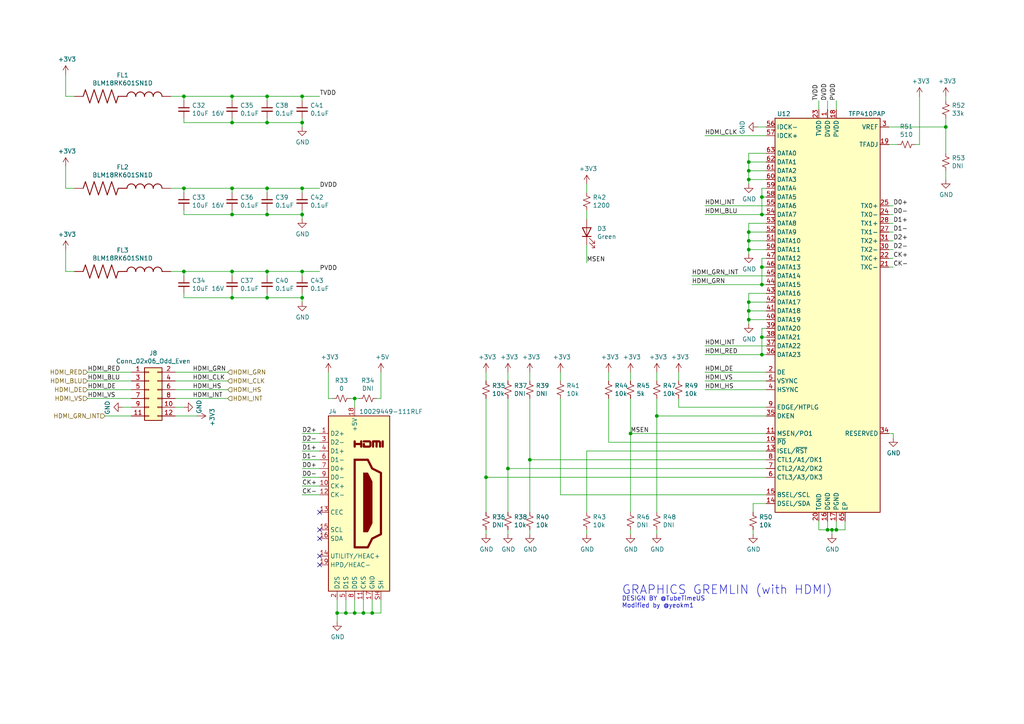
<source format=kicad_sch>
(kicad_sch (version 20230121) (generator eeschema)
  (paper "A4")
  (title_block (title "HDMI") (date "2024-01-04") (rev "2.4"))
  (lib_symbols
    (symbol "BLM18RK601SN1D:BLM18RK601SN1D" (pin_numbers hide) (pin_names (offset 1.016) hide)
      (property "Reference" "FL" (at -12.7 5.08 0))
      (property "Value" "BLM18RK601SN1D" (at -12.7 -5.08 0))
      (symbol "BLM18RK601SN1D_0_0"
        (arc (start -12.7 0) (mid -11.43 -1.2645) (end -10.16 0) (stroke (width 0.254)))
        (arc (start -10.16 0) (mid -8.89 -1.2645) (end -7.62 0) (stroke (width 0.254)))
        (arc (start -7.62 0) (mid -6.35 -1.2645) (end -5.08 0) (stroke (width 0.254)))
        (arc (start -5.08 0) (mid -3.81 -1.2645) (end -2.54 0) (stroke (width 0.254)))
        (polyline (pts (xy 0 0) (xy -2.54 0)) (stroke (width 0.254)))
        (polyline (pts (xy 0 0) (xy 0.635 1.905)) (stroke (width 0.254)))
        (polyline (pts (xy 0.635 1.905) (xy 1.905 -1.905)) (stroke (width 0.254)))
        (polyline (pts (xy 1.905 -1.905) (xy 3.175 1.905)) (stroke (width 0.254)))
        (polyline (pts (xy 3.175 1.905) (xy 4.445 -1.905)) (stroke (width 0.254)))
        (polyline (pts (xy 4.445 -1.905) (xy 5.715 1.905)) (stroke (width 0.254)))
        (polyline (pts (xy 5.715 1.905) (xy 6.985 -1.905)) (stroke (width 0.254)))
        (polyline (pts (xy 6.985 -1.905) (xy 8.255 1.905)) (stroke (width 0.254)))
        (polyline (pts (xy 8.255 1.905) (xy 9.525 -1.905)) (stroke (width 0.254)))
        (polyline (pts (xy 9.525 -1.905) (xy 10.16 0)) (stroke (width 0.254)))
        (pin passive line (at -15.24 0 0) (length 2.54) (name "~") (number "1"))
        (pin passive line (at 12.7 0 180) (length 2.54) (name "~") (number "2"))
      )
    )
    (symbol "Connector:HDMI_A_1.4"
      (property "Reference" "J" (at -6.35 26.67 0))
      (property "Value" "HDMI_A_1.4" (at 10.16 26.67 0))
      (symbol "HDMI_A_1.4_0_0"
        (polyline (pts (xy 8.128 16.51) (xy 8.128 18.034)) (stroke (width 0.635)))
        (polyline (pts (xy 0 16.51) (xy 0 18.034) (xy 0 17.272) (xy 1.905 17.272) (xy 1.905 18.034) (xy 1.905 16.51)) (stroke (width 0.635)))
        (polyline (pts (xy 2.667 18.034) (xy 4.318 18.034) (xy 4.572 17.78) (xy 4.572 16.764) (xy 4.318 16.51) (xy 2.667 16.51) (xy 2.667 17.272)) (stroke (width 0.635)))
      )
      (symbol "HDMI_A_1.4_0_1"
        (rectangle (start -7.62 25.4) (end 10.16 -25.4) (stroke (width 0.254)) (fill (type background)))
        (polyline (pts (xy 2.54 8.89) (xy 3.81 8.89) (xy 5.08 6.35) (xy 5.08 -5.715) (xy 3.81 -8.255) (xy 2.54 -8.255) (xy 2.54 8.89)) (fill (type outline)))
        (polyline (pts (xy 5.334 16.51) (xy 5.334 18.034) (xy 6.35 18.034) (xy 6.35 16.51) (xy 6.35 18.034) (xy 7.112 18.034) (xy 7.366 17.78) (xy 7.366 16.51)) (stroke (width 0.635)))
        (polyline (pts (xy 0 12.7) (xy 0 -12.7) (xy 3.81 -12.7) (xy 5.08 -10.16) (xy 7.62 -8.89) (xy 7.62 8.89) (xy 5.08 10.16) (xy 3.81 12.7) (xy 0 12.7)) (stroke (width 0.635)))
      )
      (symbol "HDMI_A_1.4_1_1"
        (pin passive line (at -10.16 20.32 0) (length 2.54) (name "D2+") (number "1"))
        (pin passive line (at -10.16 5.08 0) (length 2.54) (name "CK+") (number "10"))
        (pin power_in line (at 2.54 -27.94 90) (length 2.54) (name "CKS") (number "11"))
        (pin passive line (at -10.16 2.54 0) (length 2.54) (name "CK-") (number "12"))
        (pin bidirectional line (at -10.16 -2.54 0) (length 2.54) (name "CEC") (number "13"))
        (pin passive line (at -10.16 -15.24 0) (length 2.54) (name "UTILITY/HEAC+") (number "14"))
        (pin passive line (at -10.16 -7.62 0) (length 2.54) (name "SCL") (number "15"))
        (pin bidirectional line (at -10.16 -10.16 0) (length 2.54) (name "SDA") (number "16"))
        (pin power_in line (at 5.08 -27.94 90) (length 2.54) (name "GND") (number "17"))
        (pin power_in line (at 0 27.94 270) (length 2.54) (name "+5V") (number "18"))
        (pin passive line (at -10.16 -17.78 0) (length 2.54) (name "HPD/HEAC-") (number "19"))
        (pin power_in line (at -5.08 -27.94 90) (length 2.54) (name "D2S") (number "2"))
        (pin passive line (at -10.16 17.78 0) (length 2.54) (name "D2-") (number "3"))
        (pin passive line (at -10.16 15.24 0) (length 2.54) (name "D1+") (number "4"))
        (pin power_in line (at -2.54 -27.94 90) (length 2.54) (name "D1S") (number "5"))
        (pin passive line (at -10.16 12.7 0) (length 2.54) (name "D1-") (number "6"))
        (pin passive line (at -10.16 10.16 0) (length 2.54) (name "D0+") (number "7"))
        (pin power_in line (at 0 -27.94 90) (length 2.54) (name "D0S") (number "8"))
        (pin passive line (at -10.16 7.62 0) (length 2.54) (name "D0-") (number "9"))
        (pin passive line (at 7.62 -27.94 90) (length 2.54) (name "SH") (number "SH"))
      )
    )
    (symbol "Connector_Generic:Conn_02x06_Odd_Even" (pin_names (offset 1.016) hide)
      (property "Reference" "J" (at 1.27 7.62 0))
      (property "Value" "Conn_02x06_Odd_Even" (at 1.27 -10.16 0))
      (symbol "Conn_02x06_Odd_Even_1_1"
        (rectangle (start -1.27 -7.493) (end 0 -7.747) (stroke (width 0.1524)))
        (rectangle (start -1.27 -4.953) (end 0 -5.207) (stroke (width 0.1524)))
        (rectangle (start -1.27 -2.413) (end 0 -2.667) (stroke (width 0.1524)))
        (rectangle (start -1.27 0.127) (end 0 -0.127) (stroke (width 0.1524)))
        (rectangle (start -1.27 2.667) (end 0 2.413) (stroke (width 0.1524)))
        (rectangle (start -1.27 5.207) (end 0 4.953) (stroke (width 0.1524)))
        (rectangle (start -1.27 6.35) (end 3.81 -8.89) (stroke (width 0.254)) (fill (type background)))
        (rectangle (start 3.81 -7.493) (end 2.54 -7.747) (stroke (width 0.1524)))
        (rectangle (start 3.81 -4.953) (end 2.54 -5.207) (stroke (width 0.1524)))
        (rectangle (start 3.81 -2.413) (end 2.54 -2.667) (stroke (width 0.1524)))
        (rectangle (start 3.81 0.127) (end 2.54 -0.127) (stroke (width 0.1524)))
        (rectangle (start 3.81 2.667) (end 2.54 2.413) (stroke (width 0.1524)))
        (rectangle (start 3.81 5.207) (end 2.54 4.953) (stroke (width 0.1524)))
        (pin passive line (at -5.08 5.08 0) (length 3.81) (name "Pin_1") (number "1"))
        (pin passive line (at 7.62 -5.08 180) (length 3.81) (name "Pin_10") (number "10"))
        (pin passive line (at -5.08 -7.62 0) (length 3.81) (name "Pin_11") (number "11"))
        (pin passive line (at 7.62 -7.62 180) (length 3.81) (name "Pin_12") (number "12"))
        (pin passive line (at 7.62 5.08 180) (length 3.81) (name "Pin_2") (number "2"))
        (pin passive line (at -5.08 2.54 0) (length 3.81) (name "Pin_3") (number "3"))
        (pin passive line (at 7.62 2.54 180) (length 3.81) (name "Pin_4") (number "4"))
        (pin passive line (at -5.08 0 0) (length 3.81) (name "Pin_5") (number "5"))
        (pin passive line (at 7.62 0 180) (length 3.81) (name "Pin_6") (number "6"))
        (pin passive line (at -5.08 -2.54 0) (length 3.81) (name "Pin_7") (number "7"))
        (pin passive line (at 7.62 -2.54 180) (length 3.81) (name "Pin_8") (number "8"))
        (pin passive line (at -5.08 -5.08 0) (length 3.81) (name "Pin_9") (number "9"))
      )
    )
    (symbol "Device:C_Small" (pin_numbers hide) (pin_names (offset 0.254) hide)
      (property "Reference" "C" (at 0.254 1.778 0))
      (property "Value" "C_Small" (at 0.254 -2.032 0))
      (symbol "C_Small_0_1"
        (polyline (pts (xy -1.524 -0.508) (xy 1.524 -0.508)) (stroke (width 0.3302)))
        (polyline (pts (xy -1.524 0.508) (xy 1.524 0.508)) (stroke (width 0.3048)))
      )
      (symbol "C_Small_1_1"
        (pin passive line (at 0 2.54 270) (length 2.032) (name "~") (number "1"))
        (pin passive line (at 0 -2.54 90) (length 2.032) (name "~") (number "2"))
      )
    )
    (symbol "Device:LED" (pin_numbers hide) (pin_names (offset 1.016) hide)
      (property "Reference" "D" (at 0 2.54 0))
      (property "Value" "LED" (at 0 -2.54 0))
      (symbol "LED_0_1"
        (polyline (pts (xy -1.27 -1.27) (xy -1.27 1.27)) (stroke (width 0.254)))
        (polyline (pts (xy -1.27 0) (xy 1.27 0)))
        (polyline (pts (xy 1.27 -1.27) (xy 1.27 1.27) (xy -1.27 0) (xy 1.27 -1.27)) (stroke (width 0.254)))
        (polyline (pts (xy -3.048 -0.762) (xy -4.572 -2.286) (xy -3.81 -2.286) (xy -4.572 -2.286) (xy -4.572 -1.524)))
        (polyline (pts (xy -1.778 -0.762) (xy -3.302 -2.286) (xy -2.54 -2.286) (xy -3.302 -2.286) (xy -3.302 -1.524)))
      )
      (symbol "LED_1_1"
        (pin passive line (at -3.81 0 0) (length 2.54) (name "K") (number "1"))
        (pin passive line (at 3.81 0 180) (length 2.54) (name "A") (number "2"))
      )
    )
    (symbol "Device:R_Small_US" (pin_numbers hide) (pin_names (offset 0.254) hide)
      (property "Reference" "R" (at 0.762 0.508 0))
      (property "Value" "R_Small_US" (at 0.762 -1.016 0))
      (symbol "R_Small_US_1_1"
        (polyline (pts (xy 0 0) (xy 1.016 -0.381) (xy 0 -0.762) (xy -1.016 -1.143) (xy 0 -1.524)))
        (polyline (pts (xy 0 1.524) (xy 1.016 1.143) (xy 0 0.762) (xy -1.016 0.381) (xy 0 0)))
        (pin passive line (at 0 2.54 270) (length 1.016) (name "~") (number "1"))
        (pin passive line (at 0 -2.54 90) (length 1.016) (name "~") (number "2"))
      )
    )
    (symbol "isavideo-rescue:+3.3V-power" (power) (pin_names (offset 0))
      (property "Value" "+3.3V-power" (at 0 3.556 0))
      (symbol "+3.3V-power_0_1"
        (polyline (pts (xy -0.762 1.27) (xy 0 2.54)))
        (polyline (pts (xy 0 0) (xy 0 2.54)))
        (polyline (pts (xy 0 2.54) (xy 0.762 1.27)))
      )
      (symbol "+3.3V-power_1_1"
        (pin power_in line (at 0 0 90) (length 0) hide (name "+3V3") (number "1"))
      )
    )
    (symbol "isavideo-rescue:TFP410PAP-Video"
      (property "Reference" "U" (at -13.97 57.15 0))
      (property "Value" "Video_TFP410PAP" (at 11.43 57.15 0))
      (symbol "TFP410PAP-Video_0_1"
        (rectangle (start -15.24 55.88) (end 15.24 -58.42) (stroke (width 0.254)) (fill (type background)))
      )
      (symbol "TFP410PAP-Video_1_1"
        (pin power_in line (at 0 58.42 270) (length 2.54) (name "DVDD") (number "1"))
        (pin input line (at -17.78 -38.1 0) (length 2.54) (name "~{PD}") (number "10"))
        (pin output line (at -17.78 -35.56 0) (length 2.54) (name "MSEN/PO1") (number "11"))
        (pin passive line (at 0 58.42 270) (length 2.54) hide (name "DVDD") (number "12"))
        (pin input line (at -17.78 -40.64 0) (length 2.54) (name "ISEL/~{RST}") (number "13"))
        (pin bidirectional line (at -17.78 -55.88 0) (length 2.54) (name "DSEL/SDA") (number "14"))
        (pin input line (at -17.78 -53.34 0) (length 2.54) (name "BSEL/SCL") (number "15"))
        (pin power_in line (at 0 -60.96 90) (length 2.54) (name "DGND") (number "16"))
        (pin power_in line (at 2.54 -60.96 90) (length 2.54) (name "PGND") (number "17"))
        (pin power_in line (at 2.54 58.42 270) (length 2.54) (name "PVDD") (number "18"))
        (pin input line (at 17.78 48.26 180) (length 2.54) (name "TFADJ") (number "19"))
        (pin input line (at -17.78 -17.78 0) (length 2.54) (name "DE") (number "2"))
        (pin power_in line (at -2.54 -60.96 90) (length 2.54) (name "TGND") (number "20"))
        (pin output line (at 17.78 12.7 180) (length 2.54) (name "TXC-") (number "21"))
        (pin output line (at 17.78 15.24 180) (length 2.54) (name "TXC+") (number "22"))
        (pin power_in line (at -2.54 58.42 270) (length 2.54) (name "TVDD") (number "23"))
        (pin output line (at 17.78 27.94 180) (length 2.54) (name "TX0-") (number "24"))
        (pin output line (at 17.78 30.48 180) (length 2.54) (name "TX0+") (number "25"))
        (pin passive line (at -2.54 -60.96 90) (length 2.54) hide (name "TGND") (number "26"))
        (pin output line (at 17.78 22.86 180) (length 2.54) (name "TX1-") (number "27"))
        (pin output line (at 17.78 25.4 180) (length 2.54) (name "TX1+") (number "28"))
        (pin passive line (at -2.54 58.42 270) (length 2.54) hide (name "TVDD") (number "29"))
        (pin input line (at 17.78 53.34 180) (length 2.54) (name "VREF") (number "3"))
        (pin output line (at 17.78 17.78 180) (length 2.54) (name "TX2-") (number "30"))
        (pin output line (at 17.78 20.32 180) (length 2.54) (name "TX2+") (number "31"))
        (pin passive line (at -2.54 -60.96 90) (length 2.54) hide (name "TGND") (number "32"))
        (pin passive line (at 0 58.42 270) (length 2.54) hide (name "DVDD") (number "33"))
        (pin input line (at 17.78 -35.56 180) (length 2.54) (name "RESERVED") (number "34"))
        (pin input line (at -17.78 -30.48 0) (length 2.54) (name "DKEN") (number "35"))
        (pin input line (at -17.78 -12.7 0) (length 2.54) (name "DATA23") (number "36"))
        (pin input line (at -17.78 -10.16 0) (length 2.54) (name "DATA22") (number "37"))
        (pin input line (at -17.78 -7.62 0) (length 2.54) (name "DATA21") (number "38"))
        (pin input line (at -17.78 -5.08 0) (length 2.54) (name "DATA20") (number "39"))
        (pin input line (at -17.78 -22.86 0) (length 2.54) (name "HSYNC") (number "4"))
        (pin input line (at -17.78 -2.54 0) (length 2.54) (name "DATA19") (number "40"))
        (pin input line (at -17.78 0 0) (length 2.54) (name "DATA18") (number "41"))
        (pin input line (at -17.78 2.54 0) (length 2.54) (name "DATA17") (number "42"))
        (pin input line (at -17.78 5.08 0) (length 2.54) (name "DATA16") (number "43"))
        (pin input line (at -17.78 7.62 0) (length 2.54) (name "DATA15") (number "44"))
        (pin input line (at -17.78 10.16 0) (length 2.54) (name "DATA14") (number "45"))
        (pin input line (at -17.78 12.7 0) (length 2.54) (name "DATA13") (number "46"))
        (pin input line (at -17.78 15.24 0) (length 2.54) (name "DATA12") (number "47"))
        (pin passive line (at 0 -60.96 90) (length 2.54) hide (name "DGND") (number "48"))
        (pin no_connect line (at 15.24 -33.02 180) (length 2.54) hide (name "NC") (number "49"))
        (pin input line (at -17.78 -20.32 0) (length 2.54) (name "VSYNC") (number "5"))
        (pin input line (at -17.78 17.78 0) (length 2.54) (name "DATA11") (number "50"))
        (pin input line (at -17.78 20.32 0) (length 2.54) (name "DATA10") (number "51"))
        (pin input line (at -17.78 22.86 0) (length 2.54) (name "DATA9") (number "52"))
        (pin input line (at -17.78 25.4 0) (length 2.54) (name "DATA8") (number "53"))
        (pin input line (at -17.78 27.94 0) (length 2.54) (name "DATA7") (number "54"))
        (pin input line (at -17.78 30.48 0) (length 2.54) (name "DATA6") (number "55"))
        (pin input line (at -17.78 53.34 0) (length 2.54) (name "IDCK-") (number "56"))
        (pin input line (at -17.78 50.8 0) (length 2.54) (name "IDCK+") (number "57"))
        (pin input line (at -17.78 33.02 0) (length 2.54) (name "DATA5") (number "58"))
        (pin input line (at -17.78 35.56 0) (length 2.54) (name "DATA4") (number "59"))
        (pin input line (at -17.78 -48.26 0) (length 2.54) (name "CTL3/A3/DK3") (number "6"))
        (pin input line (at -17.78 38.1 0) (length 2.54) (name "DATA3") (number "60"))
        (pin input line (at -17.78 40.64 0) (length 2.54) (name "DATA2") (number "61"))
        (pin input line (at -17.78 43.18 0) (length 2.54) (name "DATA1") (number "62"))
        (pin input line (at -17.78 45.72 0) (length 2.54) (name "DATA0") (number "63"))
        (pin passive line (at 0 -60.96 90) (length 2.54) hide (name "DGND") (number "64"))
        (pin power_in line (at 5.08 -60.96 90) (length 2.54) (name "EP") (number "65"))
        (pin input line (at -17.78 -45.72 0) (length 2.54) (name "CTL2/A2/DK2") (number "7"))
        (pin input line (at -17.78 -43.18 0) (length 2.54) (name "CTL1/A1/DK1") (number "8"))
        (pin input line (at -17.78 -27.94 0) (length 2.54) (name "EDGE/HTPLG") (number "9"))
      )
    )
    (symbol "power:+5V" (power) (pin_names (offset 0))
      (property "Value" "+5V" (at 0 3.556 0))
      (symbol "+5V_0_1"
        (polyline (pts (xy -0.762 1.27) (xy 0 2.54)))
        (polyline (pts (xy 0 0) (xy 0 2.54)))
        (polyline (pts (xy 0 2.54) (xy 0.762 1.27)))
      )
      (symbol "+5V_1_1"
        (pin power_in line (at 0 0 90) (length 0) hide (name "+5V") (number "1"))
      )
    )
    (symbol "power:GND" (power) (pin_names (offset 0))
      (property "Value" "GND" (at 0 -3.81 0))
      (symbol "GND_0_1"
        (polyline (pts (xy 0 0) (xy 0 -1.27) (xy 1.27 -1.27) (xy 0 -2.54) (xy -1.27 -1.27) (xy 0 -1.27)))
      )
      (symbol "GND_1_1"
        (pin power_in line (at 0 0 270) (length 0) hide (name "GND") (number "1"))
      )
    )
  )
  (junction (at 140.97 138.43))
  (junction (at 217.17 67.31))
  (junction (at 220.98 62.23))
  (junction (at 217.17 52.07))
  (junction (at 67.31 27.94))
  (junction (at 53.34 54.61))
  (junction (at 67.31 78.74))
  (junction (at 241.3 153.67))
  (junction (at 87.63 27.94))
  (junction (at 87.63 62.23))
  (junction (at 220.98 57.15))
  (junction (at 67.31 35.56))
  (junction (at 67.31 54.61))
  (junction (at 220.98 97.79))
  (junction (at 77.47 62.23))
  (junction (at 182.88 125.73))
  (junction (at 190.5 120.65))
  (junction (at 87.63 35.56))
  (junction (at 67.31 62.23))
  (junction (at 87.63 86.36))
  (junction (at 105.41 177.8))
  (junction (at 53.34 78.74))
  (junction (at 153.67 133.35))
  (junction (at 220.98 82.55))
  (junction (at 220.98 102.87))
  (junction (at 53.34 27.94))
  (junction (at 97.79 177.8))
  (junction (at 102.87 115.57))
  (junction (at 217.17 90.17))
  (junction (at 220.98 77.47))
  (junction (at 77.47 78.74))
  (junction (at 217.17 92.71))
  (junction (at 217.17 49.53))
  (junction (at 87.63 54.61))
  (junction (at 100.33 177.8))
  (junction (at 67.31 86.36))
  (junction (at 217.17 87.63))
  (junction (at 77.47 27.94))
  (junction (at 217.17 46.99))
  (junction (at 242.57 153.67))
  (junction (at 77.47 86.36))
  (junction (at 274.32 36.83))
  (junction (at 107.95 177.8))
  (junction (at 77.47 54.61))
  (junction (at 147.32 135.89))
  (junction (at 87.63 78.74))
  (junction (at 77.47 35.56))
  (junction (at 102.87 177.8))
  (junction (at 217.17 69.85))
  (junction (at 240.03 153.67))
  (junction (at 217.17 72.39))
  (no_connect (at 92.71 161.29))
  (no_connect (at 92.71 163.83))
  (no_connect (at 92.71 153.67))
  (no_connect (at 92.71 148.59))
  (no_connect (at 92.71 156.21))
  (wire (pts (xy 53.34 35.56) (xy 67.31 35.56)))
  (wire (pts (xy 257.81 67.31) (xy 259.08 67.31)))
  (wire (pts (xy 87.63 34.29) (xy 87.63 35.56)))
  (wire (pts (xy 220.98 74.93) (xy 220.98 77.47)))
  (wire (pts (xy 87.63 27.94) (xy 87.63 29.21)))
  (wire (pts (xy 77.47 54.61) (xy 77.47 55.88)))
  (wire (pts (xy 237.49 151.13) (xy 237.49 153.67)))
  (wire (pts (xy 257.81 74.93) (xy 259.08 74.93)))
  (wire (pts (xy 257.81 36.83) (xy 274.32 36.83)))
  (wire (pts (xy 50.8 113.03) (xy 66.04 113.03)))
  (wire (pts (xy 196.85 107.95) (xy 196.85 110.49)))
  (wire (pts (xy 77.47 78.74) (xy 87.63 78.74)))
  (wire (pts (xy 87.63 35.56) (xy 77.47 35.56)))
  (wire (pts (xy 170.18 71.12) (xy 170.18 76.2)))
  (wire (pts (xy 92.71 143.51) (xy 87.63 143.51)))
  (wire (pts (xy 77.47 27.94) (xy 77.47 29.21)))
  (wire (pts (xy 204.47 62.23) (xy 220.98 62.23)))
  (wire (pts (xy 162.56 143.51) (xy 162.56 115.57)))
  (wire (pts (xy 140.97 153.67) (xy 140.97 154.94)))
  (wire (pts (xy 222.25 133.35) (xy 153.67 133.35)))
  (wire (pts (xy 274.32 49.53) (xy 274.32 52.07)))
  (wire (pts (xy 53.34 27.94) (xy 67.31 27.94)))
  (wire (pts (xy 53.34 27.94) (xy 53.34 29.21)))
  (wire (pts (xy 67.31 27.94) (xy 77.47 27.94)))
  (wire (pts (xy 170.18 130.81) (xy 170.18 148.59)))
  (wire (pts (xy 220.98 77.47) (xy 220.98 82.55)))
  (wire (pts (xy 240.03 153.67) (xy 241.3 153.67)))
  (wire (pts (xy 77.47 35.56) (xy 77.47 34.29)))
  (wire (pts (xy 182.88 125.73) (xy 182.88 115.57)))
  (wire (pts (xy 257.81 125.73) (xy 259.08 125.73)))
  (wire (pts (xy 102.87 173.99) (xy 102.87 177.8)))
  (wire (pts (xy 100.33 177.8) (xy 97.79 177.8)))
  (wire (pts (xy 67.31 78.74) (xy 67.31 80.01)))
  (wire (pts (xy 222.25 92.71) (xy 217.17 92.71)))
  (wire (pts (xy 240.03 151.13) (xy 240.03 153.67)))
  (wire (pts (xy 19.05 54.61) (xy 21.59 54.61)))
  (wire (pts (xy 204.47 100.33) (xy 222.25 100.33)))
  (wire (pts (xy 259.08 125.73) (xy 259.08 127)))
  (wire (pts (xy 222.25 82.55) (xy 220.98 82.55)))
  (wire (pts (xy 222.25 146.05) (xy 218.44 146.05)))
  (wire (pts (xy 242.57 153.67) (xy 241.3 153.67)))
  (wire (pts (xy 196.85 118.11) (xy 196.85 115.57)))
  (wire (pts (xy 97.79 173.99) (xy 97.79 177.8)))
  (wire (pts (xy 110.49 173.99) (xy 110.49 177.8)))
  (wire (pts (xy 274.32 27.94) (xy 274.32 29.21)))
  (wire (pts (xy 222.25 57.15) (xy 220.98 57.15)))
  (wire (pts (xy 105.41 177.8) (xy 102.87 177.8)))
  (wire (pts (xy 38.1 107.95) (xy 25.4 107.95)))
  (wire (pts (xy 222.25 107.95) (xy 204.47 107.95)))
  (wire (pts (xy 105.41 173.99) (xy 105.41 177.8)))
  (wire (pts (xy 257.81 41.91) (xy 260.35 41.91)))
  (wire (pts (xy 107.95 173.99) (xy 107.95 177.8)))
  (wire (pts (xy 274.32 34.29) (xy 274.32 36.83)))
  (wire (pts (xy 222.25 87.63) (xy 217.17 87.63)))
  (wire (pts (xy 67.31 27.94) (xy 67.31 29.21)))
  (wire (pts (xy 19.05 72.39) (xy 19.05 78.74)))
  (wire (pts (xy 257.81 59.69) (xy 259.08 59.69)))
  (wire (pts (xy 95.25 107.95) (xy 95.25 115.57)))
  (wire (pts (xy 53.34 62.23) (xy 67.31 62.23)))
  (wire (pts (xy 38.1 113.03) (xy 25.4 113.03)))
  (wire (pts (xy 53.34 78.74) (xy 53.34 80.01)))
  (wire (pts (xy 217.17 85.09) (xy 217.17 87.63)))
  (wire (pts (xy 222.25 49.53) (xy 217.17 49.53)))
  (wire (pts (xy 222.25 77.47) (xy 220.98 77.47)))
  (wire (pts (xy 19.05 48.26) (xy 19.05 54.61)))
  (wire (pts (xy 49.53 54.61) (xy 53.34 54.61)))
  (wire (pts (xy 222.25 130.81) (xy 170.18 130.81)))
  (wire (pts (xy 176.53 128.27) (xy 176.53 115.57)))
  (wire (pts (xy 222.25 138.43) (xy 140.97 138.43)))
  (wire (pts (xy 217.17 69.85) (xy 217.17 72.39)))
  (wire (pts (xy 87.63 86.36) (xy 87.63 87.63)))
  (wire (pts (xy 222.25 72.39) (xy 217.17 72.39)))
  (wire (pts (xy 217.17 53.34) (xy 217.17 52.07)))
  (wire (pts (xy 176.53 107.95) (xy 176.53 110.49)))
  (wire (pts (xy 53.34 60.96) (xy 53.34 62.23)))
  (wire (pts (xy 217.17 44.45) (xy 217.17 46.99)))
  (wire (pts (xy 222.25 62.23) (xy 220.98 62.23)))
  (wire (pts (xy 222.25 67.31) (xy 217.17 67.31)))
  (wire (pts (xy 222.25 46.99) (xy 217.17 46.99)))
  (wire (pts (xy 38.1 120.65) (xy 30.48 120.65)))
  (wire (pts (xy 217.17 46.99) (xy 217.17 49.53)))
  (wire (pts (xy 77.47 86.36) (xy 77.47 85.09)))
  (wire (pts (xy 222.25 118.11) (xy 196.85 118.11)))
  (wire (pts (xy 257.81 77.47) (xy 259.08 77.47)))
  (wire (pts (xy 77.47 27.94) (xy 87.63 27.94)))
  (wire (pts (xy 77.47 54.61) (xy 87.63 54.61)))
  (wire (pts (xy 97.79 177.8) (xy 97.79 180.34)))
  (wire (pts (xy 242.57 153.67) (xy 245.11 153.67)))
  (wire (pts (xy 222.25 74.93) (xy 220.98 74.93)))
  (wire (pts (xy 170.18 53.34) (xy 170.18 55.88)))
  (wire (pts (xy 240.03 29.21) (xy 240.03 31.75)))
  (wire (pts (xy 245.11 153.67) (xy 245.11 151.13)))
  (wire (pts (xy 92.71 140.97) (xy 87.63 140.97)))
  (wire (pts (xy 222.25 135.89) (xy 147.32 135.89)))
  (wire (pts (xy 222.25 143.51) (xy 162.56 143.51)))
  (wire (pts (xy 218.44 153.67) (xy 218.44 154.94)))
  (wire (pts (xy 222.25 97.79) (xy 220.98 97.79)))
  (wire (pts (xy 67.31 85.09) (xy 67.31 86.36)))
  (wire (pts (xy 53.34 78.74) (xy 67.31 78.74)))
  (wire (pts (xy 53.34 85.09) (xy 53.34 86.36)))
  (wire (pts (xy 190.5 107.95) (xy 190.5 110.49)))
  (wire (pts (xy 53.34 34.29) (xy 53.34 35.56)))
  (wire (pts (xy 222.25 85.09) (xy 217.17 85.09)))
  (wire (pts (xy 217.17 64.77) (xy 217.17 67.31)))
  (wire (pts (xy 220.98 95.25) (xy 220.98 97.79)))
  (wire (pts (xy 170.18 60.96) (xy 170.18 63.5)))
  (wire (pts (xy 110.49 115.57) (xy 110.49 107.95)))
  (wire (pts (xy 67.31 86.36) (xy 77.47 86.36)))
  (wire (pts (xy 217.17 67.31) (xy 217.17 69.85)))
  (wire (pts (xy 222.25 44.45) (xy 217.17 44.45)))
  (wire (pts (xy 204.47 59.69) (xy 222.25 59.69)))
  (wire (pts (xy 222.25 128.27) (xy 176.53 128.27)))
  (wire (pts (xy 50.8 115.57) (xy 66.04 115.57)))
  (wire (pts (xy 200.66 82.55) (xy 220.98 82.55)))
  (wire (pts (xy 95.25 115.57) (xy 96.52 115.57)))
  (wire (pts (xy 217.17 92.71) (xy 217.17 93.98)))
  (wire (pts (xy 19.05 78.74) (xy 21.59 78.74)))
  (wire (pts (xy 38.1 118.11) (xy 35.56 118.11)))
  (wire (pts (xy 222.25 52.07) (xy 217.17 52.07)))
  (wire (pts (xy 257.81 62.23) (xy 259.08 62.23)))
  (wire (pts (xy 242.57 29.21) (xy 242.57 31.75)))
  (wire (pts (xy 170.18 153.67) (xy 170.18 154.94)))
  (wire (pts (xy 222.25 95.25) (xy 220.98 95.25)))
  (wire (pts (xy 87.63 86.36) (xy 77.47 86.36)))
  (wire (pts (xy 53.34 54.61) (xy 67.31 54.61)))
  (wire (pts (xy 38.1 115.57) (xy 25.4 115.57)))
  (wire (pts (xy 153.67 133.35) (xy 153.67 148.59)))
  (wire (pts (xy 67.31 34.29) (xy 67.31 35.56)))
  (wire (pts (xy 153.67 115.57) (xy 153.67 133.35)))
  (wire (pts (xy 147.32 107.95) (xy 147.32 110.49)))
  (wire (pts (xy 19.05 21.59) (xy 19.05 27.94)))
  (wire (pts (xy 190.5 120.65) (xy 190.5 148.59)))
  (wire (pts (xy 87.63 35.56) (xy 87.63 36.83)))
  (wire (pts (xy 257.81 72.39) (xy 259.08 72.39)))
  (wire (pts (xy 50.8 120.65) (xy 57.15 120.65)))
  (wire (pts (xy 87.63 62.23) (xy 77.47 62.23)))
  (wire (pts (xy 92.71 133.35) (xy 87.63 133.35)))
  (wire (pts (xy 49.53 27.94) (xy 53.34 27.94)))
  (wire (pts (xy 102.87 177.8) (xy 100.33 177.8)))
  (wire (pts (xy 217.17 90.17) (xy 217.17 92.71)))
  (wire (pts (xy 50.8 110.49) (xy 66.04 110.49)))
  (wire (pts (xy 220.98 57.15) (xy 220.98 62.23)))
  (wire (pts (xy 153.67 107.95) (xy 153.67 110.49)))
  (wire (pts (xy 67.31 35.56) (xy 77.47 35.56)))
  (wire (pts (xy 140.97 107.95) (xy 140.97 110.49)))
  (wire (pts (xy 182.88 125.73) (xy 182.88 148.59)))
  (wire (pts (xy 162.56 107.95) (xy 162.56 110.49)))
  (wire (pts (xy 87.63 78.74) (xy 92.71 78.74)))
  (wire (pts (xy 67.31 62.23) (xy 77.47 62.23)))
  (wire (pts (xy 67.31 54.61) (xy 77.47 54.61)))
  (wire (pts (xy 67.31 78.74) (xy 77.47 78.74)))
  (wire (pts (xy 100.33 173.99) (xy 100.33 177.8)))
  (wire (pts (xy 19.05 27.94) (xy 21.59 27.94)))
  (wire (pts (xy 87.63 78.74) (xy 87.63 80.01)))
  (wire (pts (xy 222.25 110.49) (xy 204.47 110.49)))
  (wire (pts (xy 92.71 135.89) (xy 87.63 135.89)))
  (wire (pts (xy 222.25 39.37) (xy 204.47 39.37)))
  (wire (pts (xy 222.25 54.61) (xy 220.98 54.61)))
  (wire (pts (xy 220.98 97.79) (xy 220.98 102.87)))
  (wire (pts (xy 53.34 86.36) (xy 67.31 86.36)))
  (wire (pts (xy 265.43 41.91) (xy 266.7 41.91)))
  (wire (pts (xy 92.71 130.81) (xy 87.63 130.81)))
  (wire (pts (xy 140.97 138.43) (xy 140.97 148.59)))
  (wire (pts (xy 237.49 31.75) (xy 237.49 29.21)))
  (wire (pts (xy 218.44 146.05) (xy 218.44 148.59)))
  (wire (pts (xy 107.95 177.8) (xy 105.41 177.8)))
  (wire (pts (xy 87.63 27.94) (xy 92.71 27.94)))
  (wire (pts (xy 92.71 138.43) (xy 87.63 138.43)))
  (wire (pts (xy 87.63 60.96) (xy 87.63 62.23)))
  (wire (pts (xy 140.97 138.43) (xy 140.97 115.57)))
  (wire (pts (xy 38.1 110.49) (xy 25.4 110.49)))
  (wire (pts (xy 190.5 120.65) (xy 190.5 115.57)))
  (wire (pts (xy 220.98 54.61) (xy 220.98 57.15)))
  (wire (pts (xy 222.25 64.77) (xy 217.17 64.77)))
  (wire (pts (xy 200.66 80.01) (xy 222.25 80.01)))
  (wire (pts (xy 109.22 115.57) (xy 110.49 115.57)))
  (wire (pts (xy 220.98 102.87) (xy 204.47 102.87)))
  (wire (pts (xy 50.8 118.11) (xy 53.34 118.11)))
  (wire (pts (xy 217.17 49.53) (xy 217.17 52.07)))
  (wire (pts (xy 87.63 85.09) (xy 87.63 86.36)))
  (wire (pts (xy 242.57 151.13) (xy 242.57 153.67)))
  (wire (pts (xy 190.5 153.67) (xy 190.5 154.94)))
  (wire (pts (xy 222.25 90.17) (xy 217.17 90.17)))
  (wire (pts (xy 110.49 177.8) (xy 107.95 177.8)))
  (wire (pts (xy 274.32 36.83) (xy 274.32 44.45)))
  (wire (pts (xy 87.63 62.23) (xy 87.63 63.5)))
  (wire (pts (xy 53.34 54.61) (xy 53.34 55.88)))
  (wire (pts (xy 222.25 120.65) (xy 190.5 120.65)))
  (wire (pts (xy 87.63 54.61) (xy 87.63 55.88)))
  (wire (pts (xy 147.32 115.57) (xy 147.32 135.89)))
  (wire (pts (xy 257.81 64.77) (xy 259.08 64.77)))
  (wire (pts (xy 182.88 153.67) (xy 182.88 154.94)))
  (wire (pts (xy 101.6 115.57) (xy 102.87 115.57)))
  (wire (pts (xy 182.88 107.95) (xy 182.88 110.49)))
  (wire (pts (xy 67.31 60.96) (xy 67.31 62.23)))
  (wire (pts (xy 241.3 153.67) (xy 241.3 154.94)))
  (wire (pts (xy 153.67 153.67) (xy 153.67 154.94)))
  (wire (pts (xy 147.32 153.67) (xy 147.32 154.94)))
  (wire (pts (xy 266.7 41.91) (xy 266.7 27.94)))
  (wire (pts (xy 257.81 69.85) (xy 259.08 69.85)))
  (wire (pts (xy 217.17 72.39) (xy 217.17 73.66)))
  (wire (pts (xy 102.87 118.11) (xy 102.87 115.57)))
  (wire (pts (xy 147.32 135.89) (xy 147.32 148.59)))
  (wire (pts (xy 77.47 78.74) (xy 77.47 80.01)))
  (wire (pts (xy 222.25 102.87) (xy 220.98 102.87)))
  (wire (pts (xy 67.31 54.61) (xy 67.31 55.88)))
  (wire (pts (xy 222.25 113.03) (xy 204.47 113.03)))
  (wire (pts (xy 92.71 128.27) (xy 87.63 128.27)))
  (wire (pts (xy 87.63 54.61) (xy 92.71 54.61)))
  (wire (pts (xy 222.25 69.85) (xy 217.17 69.85)))
  (wire (pts (xy 222.25 36.83) (xy 219.71 36.83)))
  (wire (pts (xy 237.49 153.67) (xy 240.03 153.67)))
  (wire (pts (xy 102.87 115.57) (xy 104.14 115.57)))
  (wire (pts (xy 49.53 78.74) (xy 53.34 78.74)))
  (wire (pts (xy 92.71 125.73) (xy 87.63 125.73)))
  (wire (pts (xy 222.25 125.73) (xy 182.88 125.73)))
  (wire (pts (xy 50.8 107.95) (xy 66.04 107.95)))
  (wire (pts (xy 217.17 87.63) (xy 217.17 90.17)))
  (wire (pts (xy 77.47 62.23) (xy 77.47 60.96)))
  (text "GRAPHICS GREMLIN (with HDMI)" (at 180.34 172.72 0) (effects (font (size 2.54 2.54)) (justify left bottom)))
  (text "DESIGN BY @TubeTimeUS\nModified by @yeokm1" (at 180.34 176.53 0) (effects (font (size 1.27 1.27)) (justify left bottom)))
  (label "D0-" (at 259.08 62.23 0))
  (label "D1-" (at 259.08 67.31 0))
  (label "D0+" (at 87.63 135.89 0))
  (label "TVDD" (at 92.71 27.94 0))
  (label "HDMI_VS" (at 204.47 110.49 0))
  (label "D2-" (at 87.63 128.27 0))
  (label "HDMI_VS" (at 25.4 115.57 0))
  (label "HDMI_RED" (at 25.4 107.95 0))
  (label "HDMI_INT" (at 55.88 115.57 0))
  (label "DVDD" (at 240.03 29.21 90))
  (label "D2+" (at 259.08 69.85 0))
  (label "D2-" (at 259.08 72.39 0))
  (label "PVDD" (at 242.57 29.21 90))
  (label "HDMI_RED" (at 204.47 102.87 0))
  (label "D1+" (at 259.08 64.77 0))
  (label "DVDD" (at 92.71 54.61 0))
  (label "HDMI_CLK" (at 55.88 110.49 0))
  (label "CK+" (at 87.63 140.97 0))
  (label "HDMI_DE" (at 25.4 113.03 0))
  (label "HDMI_GRN" (at 55.88 107.95 0))
  (label "CK+" (at 259.08 74.93 0))
  (label "D1+" (at 87.63 130.81 0))
  (label "HDMI_HS" (at 204.47 113.03 0))
  (label "D0+" (at 259.08 59.69 0))
  (label "HDMI_HS" (at 55.88 113.03 0))
  (label "HDMI_BLU" (at 25.4 110.49 0))
  (label "HDMI_GRN_INT" (at 200.66 80.01 0))
  (label "HDMI_GRN" (at 200.66 82.55 0))
  (label "D1-" (at 87.63 133.35 0))
  (label "PVDD" (at 92.71 78.74 0))
  (label "MSEN" (at 170.18 76.2 0))
  (label "D2+" (at 87.63 125.73 0))
  (label "HDMI_BLU" (at 204.47 62.23 0))
  (label "TVDD" (at 237.49 29.21 90))
  (label "HDMI_INT" (at 204.47 59.69 0))
  (label "HDMI_CLK" (at 204.47 39.37 0))
  (label "D0-" (at 87.63 138.43 0))
  (label "HDMI_INT" (at 204.47 100.33 0))
  (label "MSEN" (at 182.88 125.73 0))
  (label "CK-" (at 87.63 143.51 0))
  (label "CK-" (at 259.08 77.47 0))
  (label "HDMI_DE" (at 204.47 107.95 0))
  (hierarchical_label "HDMI_RED" (shape input) (at 25.4 107.95 180))
  (hierarchical_label "HDMI_BLU" (shape input) (at 25.4 110.49 180))
  (hierarchical_label "HDMI_GRN" (shape input) (at 66.04 107.95 0))
  (hierarchical_label "HDMI_GRN_INT" (shape input) (at 30.48 120.65 180))
  (hierarchical_label "HDMI_INT" (shape input) (at 66.04 115.57 0))
  (hierarchical_label "HDMI_VS" (shape input) (at 25.4 115.57 180))
  (hierarchical_label "HDMI_CLK" (shape input) (at 66.04 110.49 0))
  (hierarchical_label "HDMI_DE" (shape input) (at 25.4 113.03 180))
  (hierarchical_label "HDMI_HS" (shape input) (at 66.04 113.03 0))
  (symbol (lib_id "isavideo-rescue:TFP410PAP-Video") (at 240.03 90.17 0) (unit 1)
    (property "Reference" "U12" (at 227.33 33.02 0))
    (property "Value" "TFP410PAP" (at 251.46 33.02 0))
    (property "Footprint" "libraries:TFP410_ThermalVias" (effects hide))
    (property "Datasheet" "http://www.ti.com/lit/ds/symlink/tfp410.pdf" (effects hide))
    (property "Mouser" "595-TFP410PAP" (effects hide))
  )
  (symbol (lib_id "Connector:HDMI_A_1.4") (at 102.87 146.05 0) (unit 1)
    (property "Reference" "J4" (at 95.25 119.38 0) (effects (justify left)))
    (property "Value" "10029449-111RLF" (at 104.14 119.38 0) (effects (justify left)))
    (property "Footprint" "libraries:HDMI_A_Amphenol_10029449-111" (effects hide))
    (property "Datasheet" "https://en.wikipedia.org/wiki/HDMI" (effects hide))
    (property "Mouser" "649-10029449-111RLF" (effects hide))
  )
  (symbol (lib_id "power:GND") (at 259.08 127 0) (unit 1)
    (property "Reference" "#PWR0113" (effects hide))
    (property "Value" "GND" (at 259.207 131.3942 0))
  )
  (symbol (lib_id "power:GND") (at 97.79 180.34 0) (unit 1)
    (property "Reference" "#PWR0102" (effects hide))
    (property "Value" "GND" (at 97.917 184.7342 0))
  )
  (symbol (lib_id "Device:R_Small_US") (at 262.89 41.91 270) (unit 1)
    (property "Reference" "R51" (at 262.89 36.703 90))
    (property "Value" "510" (at 262.89 39.0144 90))
    (property "Footprint" "Resistor_SMD:R_0603_1608Metric" (effects hide))
    (property "Mouser" "603-RC0603JR-07510RL" (effects hide))
  )
  (symbol (lib_id "isavideo-rescue:+3.3V-power") (at 266.7 27.94 0) (unit 1)
    (property "Reference" "#PWR0114" (effects hide))
    (property "Value" "+3.3V" (at 267.081 23.5458 0))
  )
  (symbol (lib_id "Device:R_Small_US") (at 274.32 31.75 0) (unit 1)
    (property "Reference" "R52" (at 276.0472 30.5816 0) (effects (justify left)))
    (property "Value" "33k" (at 276.0472 32.893 0) (effects (justify left)))
    (property "Footprint" "Resistor_SMD:R_0603_1608Metric" (effects hide))
    (property "Mouser" "603-RC0603FR-1033KL" (effects hide))
  )
  (symbol (lib_id "Device:R_Small_US") (at 274.32 46.99 0) (unit 1)
    (property "Reference" "R53" (at 276.0472 45.8216 0) (effects (justify left)))
    (property "Value" "DNI" (at 276.0472 48.133 0) (effects (justify left)))
    (property "Footprint" "Resistor_SMD:R_0603_1608Metric" (effects hide))
  )
  (symbol (lib_id "isavideo-rescue:+3.3V-power") (at 274.32 27.94 0) (unit 1)
    (property "Reference" "#PWR0115" (effects hide))
    (property "Value" "+3.3V" (at 274.701 23.5458 0))
  )
  (symbol (lib_id "Device:R_Small_US") (at 99.06 115.57 270) (unit 1)
    (property "Reference" "R33" (at 99.06 110.363 90))
    (property "Value" "0" (at 99.06 112.6744 90))
    (property "Footprint" "Resistor_SMD:R_0603_1608Metric" (effects hide))
    (property "Mouser" "603-RC0603FR-070RL" (effects hide))
  )
  (symbol (lib_id "Device:R_Small_US") (at 106.68 115.57 270) (unit 1)
    (property "Reference" "R34" (at 106.68 110.363 90))
    (property "Value" "DNI" (at 106.68 112.6744 90))
    (property "Footprint" "Resistor_SMD:R_0603_1608Metric" (effects hide))
  )
  (symbol (lib_id "power:+5V") (at 110.49 107.95 0) (unit 1)
    (property "Reference" "#PWR0111" (effects hide))
    (property "Value" "+5V" (at 110.871 103.5558 0))
  )
  (symbol (lib_id "isavideo-rescue:+3.3V-power") (at 95.25 107.95 0) (unit 1)
    (property "Reference" "#PWR0112" (effects hide))
    (property "Value" "+3.3V" (at 95.631 103.5558 0))
  )
  (symbol (lib_id "power:GND") (at 274.32 52.07 0) (unit 1)
    (property "Reference" "#PWR0116" (effects hide))
    (property "Value" "GND" (at 274.447 56.4642 0))
  )
  (symbol (lib_id "power:GND") (at 241.3 154.94 0) (unit 1)
    (property "Reference" "#PWR0117" (effects hide))
    (property "Value" "GND" (at 241.427 159.3342 0))
  )
  (symbol (lib_id "power:GND") (at 219.71 36.83 270) (unit 1)
    (property "Reference" "#PWR0118" (effects hide))
    (property "Value" "GND" (at 215.3158 36.957 0))
  )
  (symbol (lib_id "power:GND") (at 217.17 93.98 0) (unit 1)
    (property "Reference" "#PWR0119" (effects hide))
    (property "Value" "GND" (at 217.297 98.3742 0))
  )
  (symbol (lib_id "power:GND") (at 217.17 53.34 0) (unit 1)
    (property "Reference" "#PWR0120" (effects hide))
    (property "Value" "GND" (at 217.297 57.7342 0))
  )
  (symbol (lib_id "power:GND") (at 217.17 73.66 0) (unit 1)
    (property "Reference" "#PWR0121" (effects hide))
    (property "Value" "GND" (at 217.297 78.0542 0))
  )
  (symbol (lib_id "power:GND") (at 53.34 118.11 90) (unit 1)
    (property "Reference" "#PWR0122" (effects hide))
    (property "Value" "GND" (at 57.7342 117.983 0))
  )
  (symbol (lib_id "power:GND") (at 35.56 118.11 270) (unit 1)
    (property "Reference" "#PWR0123" (effects hide))
    (property "Value" "GND" (at 31.1658 118.237 0))
  )
  (symbol (lib_id "Connector_Generic:Conn_02x06_Odd_Even") (at 43.18 113.03 0) (unit 1)
    (property "Reference" "J8" (at 44.45 102.4382 0))
    (property "Value" "Conn_02x06_Odd_Even" (at 44.45 104.7496 0))
    (property "Footprint" "Connector_PinHeader_2.54mm:PinHeader_2x06_P2.54mm_Vertical" (effects hide))
  )
  (symbol (lib_id "isavideo-rescue:+3.3V-power") (at 57.15 120.65 270) (unit 1)
    (property "Reference" "#PWR0125" (effects hide))
    (property "Value" "+3.3V" (at 61.5442 121.031 0))
  )
  (symbol (lib_id "Device:R_Small_US") (at 196.85 113.03 0) (unit 1)
    (property "Reference" "R49" (at 198.5772 111.8616 0) (effects (justify left)))
    (property "Value" "10k" (at 198.5772 114.173 0) (effects (justify left)))
    (property "Footprint" "Resistor_SMD:R_0603_1608Metric" (effects hide))
    (property "Mouser" "RC0603JR-0710KL" (effects hide))
  )
  (symbol (lib_id "isavideo-rescue:+3.3V-power") (at 196.85 107.95 0) (unit 1)
    (property "Reference" "#PWR0126" (effects hide))
    (property "Value" "+3.3V" (at 197.231 103.5558 0))
  )
  (symbol (lib_id "isavideo-rescue:+3.3V-power") (at 190.5 107.95 0) (unit 1)
    (property "Reference" "#PWR0127" (effects hide))
    (property "Value" "+3.3V" (at 190.881 103.5558 0))
  )
  (symbol (lib_id "Device:R_Small_US") (at 190.5 151.13 0) (unit 1)
    (property "Reference" "R48" (at 192.2272 149.9616 0) (effects (justify left)))
    (property "Value" "DNI" (at 192.2272 152.273 0) (effects (justify left)))
    (property "Footprint" "Resistor_SMD:R_0603_1608Metric" (effects hide))
  )
  (symbol (lib_id "power:GND") (at 190.5 154.94 0) (unit 1)
    (property "Reference" "#PWR0128" (effects hide))
    (property "Value" "GND" (at 190.627 159.3342 0))
  )
  (symbol (lib_id "isavideo-rescue:+3.3V-power") (at 182.88 107.95 0) (unit 1)
    (property "Reference" "#PWR0129" (effects hide))
    (property "Value" "+3.3V" (at 183.261 103.5558 0))
  )
  (symbol (lib_id "Device:R_Small_US") (at 182.88 151.13 0) (unit 1)
    (property "Reference" "R46" (at 184.6072 149.9616 0) (effects (justify left)))
    (property "Value" "DNI" (at 184.6072 152.273 0) (effects (justify left)))
    (property "Footprint" "Resistor_SMD:R_0603_1608Metric" (effects hide))
  )
  (symbol (lib_id "power:GND") (at 182.88 154.94 0) (unit 1)
    (property "Reference" "#PWR0130" (effects hide))
    (property "Value" "GND" (at 183.007 159.3342 0))
  )
  (symbol (lib_id "Device:R_Small_US") (at 190.5 113.03 0) (unit 1)
    (property "Reference" "R47" (at 192.2272 111.8616 0) (effects (justify left)))
    (property "Value" "10k" (at 192.2272 114.173 0) (effects (justify left)))
    (property "Footprint" "Resistor_SMD:R_0603_1608Metric" (effects hide))
    (property "Mouser" "RC0603JR-0710KL" (effects hide))
  )
  (symbol (lib_id "Device:R_Small_US") (at 182.88 113.03 0) (unit 1)
    (property "Reference" "R45" (at 184.6072 111.8616 0) (effects (justify left)))
    (property "Value" "5k" (at 184.6072 114.173 0) (effects (justify left)))
    (property "Footprint" "Resistor_SMD:R_0603_1608Metric" (effects hide))
    (property "Mouser" "603-RT0603BRE075KL" (effects hide))
  )
  (symbol (lib_id "Device:R_Small_US") (at 176.53 113.03 0) (unit 1)
    (property "Reference" "R44" (at 178.2572 111.8616 0) (effects (justify left)))
    (property "Value" "10k" (at 178.2572 114.173 0) (effects (justify left)))
    (property "Footprint" "Resistor_SMD:R_0603_1608Metric" (effects hide))
    (property "Mouser" "RC0603JR-0710KL" (effects hide))
  )
  (symbol (lib_id "isavideo-rescue:+3.3V-power") (at 176.53 107.95 0) (unit 1)
    (property "Reference" "#PWR0131" (effects hide))
    (property "Value" "+3.3V" (at 176.911 103.5558 0))
  )
  (symbol (lib_id "Device:R_Small_US") (at 170.18 151.13 0) (unit 1)
    (property "Reference" "R43" (at 171.9072 149.9616 0) (effects (justify left)))
    (property "Value" "10k" (at 171.9072 152.273 0) (effects (justify left)))
    (property "Footprint" "Resistor_SMD:R_0603_1608Metric" (effects hide))
    (property "Mouser" "RC0603JR-0710KL" (effects hide))
  )
  (symbol (lib_id "power:GND") (at 170.18 154.94 0) (unit 1)
    (property "Reference" "#PWR0132" (effects hide))
    (property "Value" "GND" (at 170.307 159.3342 0))
  )
  (symbol (lib_id "Device:R_Small_US") (at 218.44 151.13 0) (unit 1)
    (property "Reference" "R50" (at 220.1672 149.9616 0) (effects (justify left)))
    (property "Value" "10k" (at 220.1672 152.273 0) (effects (justify left)))
    (property "Footprint" "Resistor_SMD:R_0603_1608Metric" (effects hide))
    (property "Mouser" "RC0603JR-0710KL" (effects hide))
  )
  (symbol (lib_id "power:GND") (at 218.44 154.94 0) (unit 1)
    (property "Reference" "#PWR0133" (effects hide))
    (property "Value" "GND" (at 218.567 159.3342 0))
  )
  (symbol (lib_id "Device:R_Small_US") (at 162.56 113.03 0) (unit 1)
    (property "Reference" "R41" (at 164.2872 111.8616 0) (effects (justify left)))
    (property "Value" "10k" (at 164.2872 114.173 0) (effects (justify left)))
    (property "Footprint" "Resistor_SMD:R_0603_1608Metric" (effects hide))
    (property "Mouser" "RC0603JR-0710KL" (effects hide))
  )
  (symbol (lib_id "isavideo-rescue:+3.3V-power") (at 162.56 107.95 0) (unit 1)
    (property "Reference" "#PWR0134" (effects hide))
    (property "Value" "+3.3V" (at 162.941 103.5558 0))
  )
  (symbol (lib_id "Device:R_Small_US") (at 140.97 113.03 0) (unit 1)
    (property "Reference" "R35" (at 142.6972 111.8616 0) (effects (justify left)))
    (property "Value" "10k" (at 142.6972 114.173 0) (effects (justify left)))
    (property "Footprint" "Resistor_SMD:R_0603_1608Metric" (effects hide))
    (property "Mouser" "RC0603JR-0710KL" (effects hide))
  )
  (symbol (lib_id "Device:R_Small_US") (at 147.32 113.03 0) (unit 1)
    (property "Reference" "R37" (at 149.0472 111.8616 0) (effects (justify left)))
    (property "Value" "DNI" (at 149.0472 114.173 0) (effects (justify left)))
    (property "Footprint" "Resistor_SMD:R_0603_1608Metric" (effects hide))
  )
  (symbol (lib_id "Device:R_Small_US") (at 153.67 113.03 0) (unit 1)
    (property "Reference" "R39" (at 155.3972 111.8616 0) (effects (justify left)))
    (property "Value" "DNI" (at 155.3972 114.173 0) (effects (justify left)))
    (property "Footprint" "Resistor_SMD:R_0603_1608Metric" (effects hide))
  )
  (symbol (lib_id "Device:R_Small_US") (at 153.67 151.13 0) (unit 1)
    (property "Reference" "R40" (at 155.3972 149.9616 0) (effects (justify left)))
    (property "Value" "10k" (at 155.3972 152.273 0) (effects (justify left)))
    (property "Footprint" "Resistor_SMD:R_0603_1608Metric" (effects hide))
    (property "Mouser" "RC0603JR-0710KL" (effects hide))
  )
  (symbol (lib_id "Device:R_Small_US") (at 147.32 151.13 0) (unit 1)
    (property "Reference" "R38" (at 149.0472 149.9616 0) (effects (justify left)))
    (property "Value" "10k" (at 149.0472 152.273 0) (effects (justify left)))
    (property "Footprint" "Resistor_SMD:R_0603_1608Metric" (effects hide))
    (property "Mouser" "RC0603JR-0710KL" (effects hide))
  )
  (symbol (lib_id "Device:R_Small_US") (at 140.97 151.13 0) (unit 1)
    (property "Reference" "R36" (at 142.6972 149.9616 0) (effects (justify left)))
    (property "Value" "DNI" (at 142.6972 152.273 0) (effects (justify left)))
    (property "Footprint" "Resistor_SMD:R_0603_1608Metric" (effects hide))
  )
  (symbol (lib_id "power:GND") (at 153.67 154.94 0) (unit 1)
    (property "Reference" "#PWR0135" (effects hide))
    (property "Value" "GND" (at 153.797 159.3342 0))
  )
  (symbol (lib_id "power:GND") (at 147.32 154.94 0) (unit 1)
    (property "Reference" "#PWR0136" (effects hide))
    (property "Value" "GND" (at 147.447 159.3342 0))
  )
  (symbol (lib_id "power:GND") (at 140.97 154.94 0) (unit 1)
    (property "Reference" "#PWR0137" (effects hide))
    (property "Value" "GND" (at 141.097 159.3342 0))
  )
  (symbol (lib_id "isavideo-rescue:+3.3V-power") (at 153.67 107.95 0) (unit 1)
    (property "Reference" "#PWR0138" (effects hide))
    (property "Value" "+3.3V" (at 154.051 103.5558 0))
  )
  (symbol (lib_id "isavideo-rescue:+3.3V-power") (at 147.32 107.95 0) (unit 1)
    (property "Reference" "#PWR0139" (effects hide))
    (property "Value" "+3.3V" (at 147.701 103.5558 0))
  )
  (symbol (lib_id "isavideo-rescue:+3.3V-power") (at 140.97 107.95 0) (unit 1)
    (property "Reference" "#PWR0140" (effects hide))
    (property "Value" "+3.3V" (at 141.351 103.5558 0))
  )
  (symbol (lib_id "BLM18RK601SN1D:BLM18RK601SN1D") (at 34.29 27.94 180) (unit 1)
    (property "Reference" "FL1" (at 35.56 21.7932 0))
    (property "Value" "BLM18RK601SN1D" (at 35.56 24.1046 0))
    (property "Footprint" "libraries:BEADC1608X95N" (effects hide))
    (property "Mouser" "81-BLM18RK601SN1" (effects hide))
  )
  (symbol (lib_id "Device:C_Small") (at 53.34 31.75 0) (unit 1)
    (property "Reference" "C32" (at 55.6768 30.5816 0) (effects (justify left)))
    (property "Value" "10uF 16V" (at 55.6768 32.893 0) (effects (justify left)))
    (property "Footprint" "Capacitor_SMD:C_0603_1608Metric" (effects hide))
    (property "Mouser" "81-ZRB18AR61C106ME1L" (effects hide))
  )
  (symbol (lib_id "isavideo-rescue:+3.3V-power") (at 19.05 21.59 0) (unit 1)
    (property "Reference" "#PWR0141" (effects hide))
    (property "Value" "+3.3V" (at 19.431 17.1958 0))
  )
  (symbol (lib_id "Device:C_Small") (at 67.31 31.75 0) (unit 1)
    (property "Reference" "C35" (at 69.6468 30.5816 0) (effects (justify left)))
    (property "Value" "0.1uF" (at 69.6468 32.893 0) (effects (justify left)))
    (property "Footprint" "Capacitor_SMD:C_0603_1608Metric" (effects hide))
    (property "Mouser" "581-060316C104K" (effects hide))
  )
  (symbol (lib_id "Device:C_Small") (at 77.47 31.75 0) (unit 1)
    (property "Reference" "C38" (at 79.8068 30.5816 0) (effects (justify left)))
    (property "Value" "0.1uF" (at 79.8068 32.893 0) (effects (justify left)))
    (property "Footprint" "Capacitor_SMD:C_0603_1608Metric" (effects hide))
    (property "Mouser" "581-060316C104K" (effects hide))
  )
  (symbol (lib_id "Device:C_Small") (at 87.63 31.75 0) (unit 1)
    (property "Reference" "C41" (at 89.9668 30.5816 0) (effects (justify left)))
    (property "Value" "0.1uF" (at 89.9668 32.893 0) (effects (justify left)))
    (property "Footprint" "Capacitor_SMD:C_0603_1608Metric" (effects hide))
    (property "Mouser" "581-060316C104K" (effects hide))
  )
  (symbol (lib_id "power:GND") (at 87.63 36.83 0) (unit 1)
    (property "Reference" "#PWR0142" (effects hide))
    (property "Value" "GND" (at 87.757 41.2242 0))
  )
  (symbol (lib_id "BLM18RK601SN1D:BLM18RK601SN1D") (at 34.29 54.61 180) (unit 1)
    (property "Reference" "FL2" (at 35.56 48.4632 0))
    (property "Value" "BLM18RK601SN1D" (at 35.56 50.7746 0))
    (property "Footprint" "libraries:BEADC1608X95N" (effects hide))
    (property "Mouser" "81-BLM18RK601SN1" (effects hide))
  )
  (symbol (lib_id "Device:C_Small") (at 53.34 58.42 0) (unit 1)
    (property "Reference" "C33" (at 55.6768 57.2516 0) (effects (justify left)))
    (property "Value" "10uF 16V" (at 55.6768 59.563 0) (effects (justify left)))
    (property "Footprint" "Capacitor_SMD:C_0603_1608Metric" (effects hide))
    (property "Mouser" "81-ZRB18AR61C106ME1L" (effects hide))
  )
  (symbol (lib_id "isavideo-rescue:+3.3V-power") (at 19.05 48.26 0) (unit 1)
    (property "Reference" "#PWR0143" (effects hide))
    (property "Value" "+3.3V" (at 19.431 43.8658 0))
  )
  (symbol (lib_id "Device:C_Small") (at 67.31 58.42 0) (unit 1)
    (property "Reference" "C36" (at 69.6468 57.2516 0) (effects (justify left)))
    (property "Value" "0.1uF" (at 69.6468 59.563 0) (effects (justify left)))
    (property "Footprint" "Capacitor_SMD:C_0603_1608Metric" (effects hide))
    (property "Mouser" "581-060316C104K" (effects hide))
  )
  (symbol (lib_id "Device:C_Small") (at 77.47 58.42 0) (unit 1)
    (property "Reference" "C39" (at 79.8068 57.2516 0) (effects (justify left)))
    (property "Value" "0.1uF" (at 79.8068 59.563 0) (effects (justify left)))
    (property "Footprint" "Capacitor_SMD:C_0603_1608Metric" (effects hide))
    (property "Mouser" "581-060316C104K" (effects hide))
  )
  (symbol (lib_id "Device:C_Small") (at 87.63 58.42 0) (unit 1)
    (property "Reference" "C42" (at 89.9668 57.2516 0) (effects (justify left)))
    (property "Value" "0.1uF" (at 89.9668 59.563 0) (effects (justify left)))
    (property "Footprint" "Capacitor_SMD:C_0603_1608Metric" (effects hide))
    (property "Mouser" "581-060316C104K" (effects hide))
  )
  (symbol (lib_id "power:GND") (at 87.63 63.5 0) (unit 1)
    (property "Reference" "#PWR0144" (effects hide))
    (property "Value" "GND" (at 87.757 67.8942 0))
  )
  (symbol (lib_id "BLM18RK601SN1D:BLM18RK601SN1D") (at 34.29 78.74 180) (unit 1)
    (property "Reference" "FL3" (at 35.56 72.5932 0))
    (property "Value" "BLM18RK601SN1D" (at 35.56 74.9046 0))
    (property "Footprint" "libraries:BEADC1608X95N" (effects hide))
    (property "Mouser" "81-BLM18RK601SN1" (effects hide))
  )
  (symbol (lib_id "Device:C_Small") (at 53.34 82.55 0) (unit 1)
    (property "Reference" "C34" (at 55.6768 81.3816 0) (effects (justify left)))
    (property "Value" "10uF 16V" (at 55.6768 83.693 0) (effects (justify left)))
    (property "Footprint" "Capacitor_SMD:C_0603_1608Metric" (effects hide))
    (property "Mouser" "81-ZRB18AR61C106ME1L" (effects hide))
  )
  (symbol (lib_id "isavideo-rescue:+3.3V-power") (at 19.05 72.39 0) (unit 1)
    (property "Reference" "#PWR0145" (effects hide))
    (property "Value" "+3.3V" (at 19.431 67.9958 0))
  )
  (symbol (lib_id "Device:C_Small") (at 67.31 82.55 0) (unit 1)
    (property "Reference" "C37" (at 69.6468 81.3816 0) (effects (justify left)))
    (property "Value" "0.1uF" (at 69.6468 83.693 0) (effects (justify left)))
    (property "Footprint" "Capacitor_SMD:C_0603_1608Metric" (effects hide))
    (property "Mouser" "581-060316C104K" (effects hide))
  )
  (symbol (lib_id "Device:C_Small") (at 77.47 82.55 0) (unit 1)
    (property "Reference" "C40" (at 79.8068 81.3816 0) (effects (justify left)))
    (property "Value" "0.1uF" (at 79.8068 83.693 0) (effects (justify left)))
    (property "Footprint" "Capacitor_SMD:C_0603_1608Metric" (effects hide))
    (property "Mouser" "581-060316C104K" (effects hide))
  )
  (symbol (lib_id "Device:C_Small") (at 87.63 82.55 0) (unit 1)
    (property "Reference" "C43" (at 89.9668 81.3816 0) (effects (justify left)))
    (property "Value" "0.1uF" (at 89.9668 83.693 0) (effects (justify left)))
    (property "Footprint" "Capacitor_SMD:C_0603_1608Metric" (effects hide))
    (property "Mouser" "581-060316C104K" (effects hide))
  )
  (symbol (lib_id "power:GND") (at 87.63 87.63 0) (unit 1)
    (property "Reference" "#PWR0146" (effects hide))
    (property "Value" "GND" (at 87.757 92.0242 0))
  )
  (symbol (lib_id "Device:LED") (at 170.18 67.31 90) (unit 1)
    (property "Reference" "D3" (at 173.1772 66.3194 90) (effects (justify right)))
    (property "Value" "Green" (at 173.1772 68.6308 90) (effects (justify right)))
    (property "Footprint" "LED_SMD:LED_0603_1608Metric_Pad1.05x0.95mm_HandSolder" (effects hide))
    (property "Mouser" "78-TLMG1100" (effects hide))
  )
  (symbol (lib_id "Device:R_Small_US") (at 170.18 58.42 0) (unit 1)
    (property "Reference" "R42" (at 171.9072 57.2516 0) (effects (justify left)))
    (property "Value" "1200" (at 171.9072 59.563 0) (effects (justify left)))
    (property "Footprint" "Resistor_SMD:R_0603_1608Metric" (effects hide))
    (property "Mouser" "603-RC0603FR-101K2L" (effects hide))
  )
  (symbol (lib_id "isavideo-rescue:+3.3V-power") (at 170.18 53.34 0) (unit 1)
    (property "Reference" "#PWR0147" (effects hide))
    (property "Value" "+3.3V" (at 170.561 48.9458 0))
  )
)
</source>
